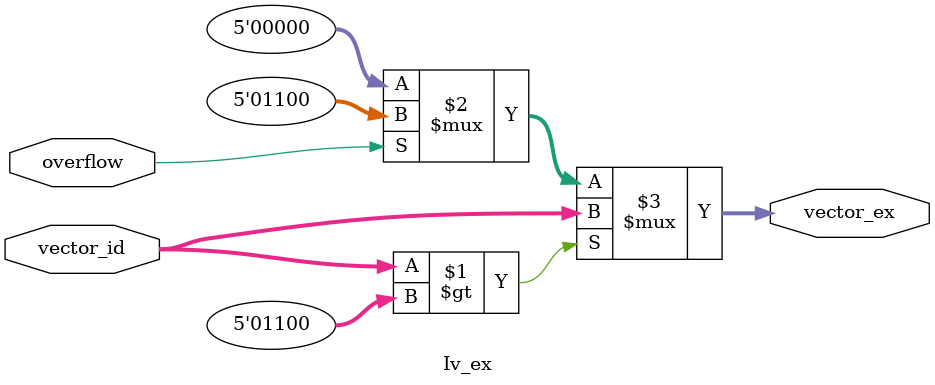
<source format=v>
`timescale              1 ns/1 ps
module Iv_ex(vector_ex,
	     overflow,vector_id);

	input  [4:0]vector_id;
	input overflow;
	output [4:0]vector_ex;

	parameter arithmetic=5'b01100;

	assign vector_ex=(vector_id>arithmetic)? vector_id:
			 (overflow)?     arithmetic:
			 		          5'b00000;
endmodule

</source>
